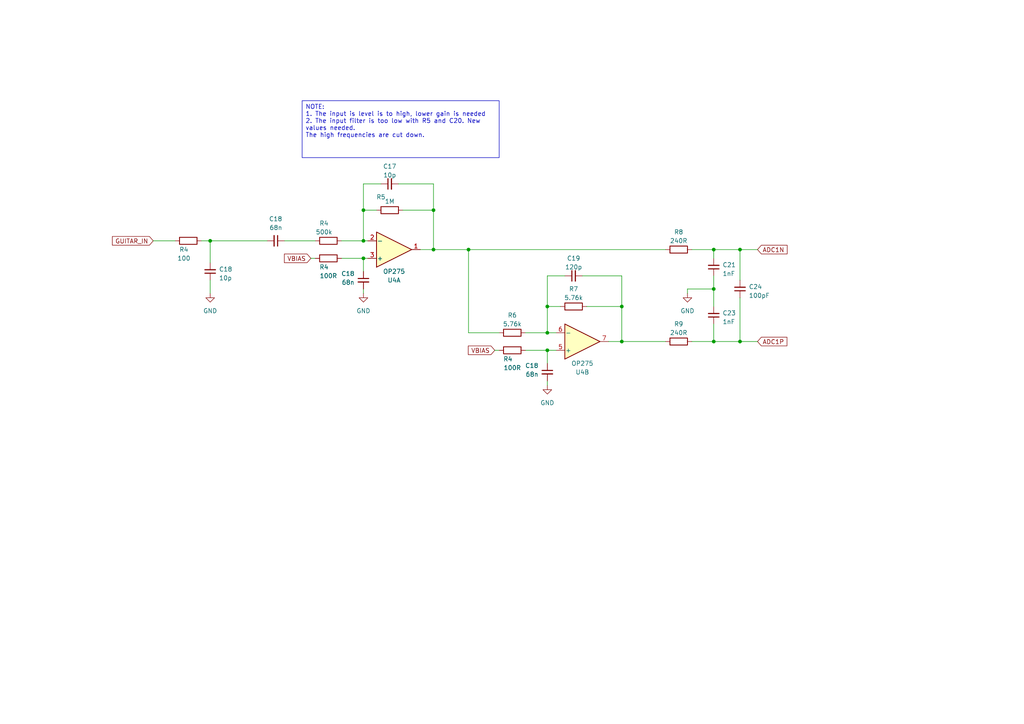
<source format=kicad_sch>
(kicad_sch (version 20230121) (generator eeschema)
  (paper "A4")
  (lib_symbols
    (symbol "Amplifier_Operational:OP275" (pin_names (offset 0.127))
      (property "Reference" "U" (at 0 5.08 0))
      (property "Value" "OP275" (at 0 -5.08 0))
      (symbol "OP275_1_1"
        (polyline (pts (xy -5.08 5.08) (xy 5.08 0) (xy -5.08 -5.08) (xy -5.08 5.08)) (stroke (width 0.254)) (fill (type background)))
        (pin output line (at 7.62 0 180) (length 2.54) (name "~") (number "1"))
        (pin input line (at -7.62 -2.54 0) (length 2.54) (name "-") (number "2"))
        (pin input line (at -7.62 2.54 0) (length 2.54) (name "+") (number "3"))
      )
      (symbol "OP275_2_1"
        (polyline (pts (xy -5.08 5.08) (xy 5.08 0) (xy -5.08 -5.08) (xy -5.08 5.08)) (stroke (width 0.254)) (fill (type background)))
        (pin input line (at -7.62 2.54 0) (length 2.54) (name "+") (number "5"))
        (pin input line (at -7.62 -2.54 0) (length 2.54) (name "-") (number "6"))
        (pin output line (at 7.62 0 180) (length 2.54) (name "~") (number "7"))
      )
      (symbol "OP275_3_1"
        (pin power_in line (at -2.54 -7.62 90) (length 3.81) (name "V-") (number "4"))
        (pin power_in line (at -2.54 7.62 270) (length 3.81) (name "V+") (number "8"))
      )
    )
    (symbol "Device:C_Small" (pin_numbers hide) (pin_names (offset 0.254) hide)
      (property "Reference" "C" (at 0.254 1.778 0))
      (property "Value" "C_Small" (at 0.254 -2.032 0))
      (symbol "C_Small_0_1"
        (polyline (pts (xy -1.524 -0.508) (xy 1.524 -0.508)) (stroke (width 0.3302)))
        (polyline (pts (xy -1.524 0.508) (xy 1.524 0.508)) (stroke (width 0.3048)))
      )
      (symbol "C_Small_1_1"
        (pin passive line (at 0 2.54 270) (length 2.032) (name "~") (number "1"))
        (pin passive line (at 0 -2.54 90) (length 2.032) (name "~") (number "2"))
      )
    )
    (symbol "Device:R" (pin_numbers hide) (pin_names (offset 0))
      (property "Reference" "R" (at 2.032 0 90))
      (property "Value" "R" (at 0 0 90))
      (symbol "R_0_1"
        (rectangle (start -1.016 -2.54) (end 1.016 2.54) (stroke (width 0.254)))
      )
      (symbol "R_1_1"
        (pin passive line (at 0 3.81 270) (length 1.27) (name "~") (number "1"))
        (pin passive line (at 0 -3.81 90) (length 1.27) (name "~") (number "2"))
      )
    )
    (symbol "power:GND" (power) (pin_names (offset 0))
      (property "Value" "GND" (at 0 -3.81 0))
      (symbol "GND_0_1"
        (polyline (pts (xy 0 0) (xy 0 -1.27) (xy 1.27 -1.27) (xy 0 -2.54) (xy -1.27 -1.27) (xy 0 -1.27)))
      )
      (symbol "GND_1_1"
        (pin power_in line (at 0 0 270) (length 0) hide (name "GND") (number "1"))
      )
    )
  )
  (junction (at 158.75 101.6))
  (junction (at 158.75 96.52))
  (junction (at 158.75 88.9))
  (junction (at 125.73 72.39))
  (junction (at 214.63 72.39))
  (junction (at 180.34 99.06))
  (junction (at 135.89 72.39))
  (junction (at 60.96 69.85))
  (junction (at 207.01 83.82))
  (junction (at 105.41 74.93))
  (junction (at 105.41 60.96))
  (junction (at 207.01 99.06))
  (junction (at 207.01 72.39))
  (junction (at 214.63 99.06))
  (junction (at 125.73 60.96))
  (junction (at 105.41 69.85))
  (junction (at 180.34 88.9))
  (wire (pts (xy 110.49 53.34) (xy 105.41 53.34)))
  (wire (pts (xy 207.01 99.06) (xy 207.01 93.98)))
  (wire (pts (xy 82.55 69.85) (xy 91.44 69.85)))
  (wire (pts (xy 60.96 69.85) (xy 77.47 69.85)))
  (wire (pts (xy 207.01 83.82) (xy 207.01 88.9)))
  (wire (pts (xy 115.57 53.34) (xy 125.73 53.34)))
  (wire (pts (xy 158.75 96.52) (xy 152.4 96.52)))
  (wire (pts (xy 116.84 60.96) (xy 125.73 60.96)))
  (wire (pts (xy 135.89 96.52) (xy 135.89 72.39)))
  (wire (pts (xy 180.34 99.06) (xy 193.04 99.06)))
  (wire (pts (xy 214.63 99.06) (xy 207.01 99.06)))
  (wire (pts (xy 144.78 96.52) (xy 135.89 96.52)))
  (wire (pts (xy 180.34 80.01) (xy 180.34 88.9)))
  (wire (pts (xy 105.41 69.85) (xy 106.68 69.85)))
  (wire (pts (xy 158.75 101.6) (xy 158.75 105.41)))
  (wire (pts (xy 207.01 74.93) (xy 207.01 72.39)))
  (wire (pts (xy 207.01 80.01) (xy 207.01 83.82)))
  (wire (pts (xy 105.41 83.82) (xy 105.41 85.09)))
  (wire (pts (xy 152.4 101.6) (xy 158.75 101.6)))
  (wire (pts (xy 90.17 74.93) (xy 91.44 74.93)))
  (wire (pts (xy 135.89 72.39) (xy 193.04 72.39)))
  (wire (pts (xy 170.18 88.9) (xy 180.34 88.9)))
  (wire (pts (xy 158.75 80.01) (xy 158.75 88.9)))
  (wire (pts (xy 214.63 72.39) (xy 219.71 72.39)))
  (wire (pts (xy 214.63 72.39) (xy 214.63 81.28)))
  (wire (pts (xy 125.73 60.96) (xy 125.73 53.34)))
  (wire (pts (xy 199.39 83.82) (xy 199.39 85.09)))
  (wire (pts (xy 99.06 69.85) (xy 105.41 69.85)))
  (wire (pts (xy 143.51 101.6) (xy 144.78 101.6)))
  (wire (pts (xy 121.92 72.39) (xy 125.73 72.39)))
  (wire (pts (xy 58.42 69.85) (xy 60.96 69.85)))
  (wire (pts (xy 180.34 99.06) (xy 180.34 88.9)))
  (wire (pts (xy 60.96 81.28) (xy 60.96 85.09)))
  (wire (pts (xy 99.06 74.93) (xy 105.41 74.93)))
  (wire (pts (xy 168.91 80.01) (xy 180.34 80.01)))
  (wire (pts (xy 158.75 110.49) (xy 158.75 111.76)))
  (wire (pts (xy 214.63 99.06) (xy 219.71 99.06)))
  (wire (pts (xy 105.41 69.85) (xy 105.41 60.96)))
  (wire (pts (xy 44.45 69.85) (xy 50.8 69.85)))
  (wire (pts (xy 158.75 88.9) (xy 158.75 96.52)))
  (wire (pts (xy 105.41 60.96) (xy 109.22 60.96)))
  (wire (pts (xy 60.96 69.85) (xy 60.96 76.2)))
  (wire (pts (xy 158.75 96.52) (xy 161.29 96.52)))
  (wire (pts (xy 125.73 72.39) (xy 135.89 72.39)))
  (wire (pts (xy 176.53 99.06) (xy 180.34 99.06)))
  (wire (pts (xy 105.41 60.96) (xy 105.41 53.34)))
  (wire (pts (xy 105.41 74.93) (xy 106.68 74.93)))
  (wire (pts (xy 199.39 83.82) (xy 207.01 83.82)))
  (wire (pts (xy 162.56 88.9) (xy 158.75 88.9)))
  (wire (pts (xy 163.83 80.01) (xy 158.75 80.01)))
  (wire (pts (xy 125.73 60.96) (xy 125.73 72.39)))
  (wire (pts (xy 214.63 86.36) (xy 214.63 99.06)))
  (wire (pts (xy 158.75 101.6) (xy 161.29 101.6)))
  (wire (pts (xy 200.66 99.06) (xy 207.01 99.06)))
  (wire (pts (xy 105.41 74.93) (xy 105.41 78.74)))
  (wire (pts (xy 200.66 72.39) (xy 207.01 72.39)))
  (wire (pts (xy 207.01 72.39) (xy 214.63 72.39)))
  (text_box "NOTE: \n1. The input is level is to high, lower gain is needed\n2. The input filter is too low with R5 and C20. New values needed.\nThe high frequencies are cut down." (at 87.63 29.21 0) (size 57.15 16.51) (effects (font (size 1.27 1.27)) (justify left top)))
  (global_label "ADC1N" (shape input) (at 219.71 72.39 0) (property "Intersheetrefs" "${INTERSHEET_REFS}" (effects hide)))
  (global_label "VBIAS" (shape input) (at 90.17 74.93 180) (property "Intersheetrefs" "${INTERSHEET_REFS}" (effects hide)))
  (global_label "GUITAR_IN" (shape input) (at 44.45 69.85 180) (property "Intersheetrefs" "${INTERSHEET_REFS}" (effects hide)))
  (global_label "VBIAS" (shape input) (at 143.51 101.6 180) (property "Intersheetrefs" "${INTERSHEET_REFS}" (effects hide)))
  (global_label "ADC1P" (shape input) (at 219.71 99.06 0) (property "Intersheetrefs" "${INTERSHEET_REFS}" (effects hide)))
  (symbol (lib_id "Amplifier_Operational:OP275") (at 168.91 99.06 0) (mirror x) (unit 2)
    (property "Reference" "U4" (at 168.91 107.95 0))
    (property "Value" "OP275" (at 168.91 105.41 0))
    (property "Footprint" "Package_SO:SSOP-8_3.9x5.05mm_P1.27mm" (effects hide))
    (property "Datasheet" "https://www.analog.com/media/en/technical-documentation/data-sheets/OP275.pdf" (effects hide))
  )
  (symbol (lib_id "power:GND") (at 105.41 85.09 0) (unit 1)
    (property "Reference" "#PWR02" (effects hide))
    (property "Value" "GND" (at 105.41 90.17 0))
    (instances (project "stm_audio_board_V3" (path "" (reference "#PWR02") (unit 1)) (path "" (reference "#PWR01") (unit 1)) (path "" (reference "#PWR012") (unit 1))))
  )
  (symbol (lib_id "Device:C_Small") (at 158.75 107.95 0) (unit 1)
    (property "Reference" "C18" (at 156.21 106.0514 0) (effects (justify right)))
    (property "Value" "68n" (at 156.21 108.5914 0) (effects (justify right)))
    (property "Footprint" "Capacitor_SMD:C_0603_1608Metric_Pad1.08x0.95mm_HandSolder" (effects hide))
  )
  (symbol (lib_id "power:GND") (at 60.96 85.09 0) (unit 1)
    (property "Reference" "#PWR02" (effects hide))
    (property "Value" "GND" (at 60.96 90.17 0))
    (instances (project "stm_audio_board_V3" (path "" (reference "#PWR02") (unit 1)) (path "" (reference "#PWR01") (unit 1)) (path "" (reference "#PWR029") (unit 1))))
  )
  (symbol (lib_id "power:GND") (at 158.75 111.76 0) (unit 1)
    (property "Reference" "#PWR02" (effects hide))
    (property "Value" "GND" (at 158.75 116.84 0))
    (instances (project "stm_audio_board_V3" (path "" (reference "#PWR02") (unit 1)) (path "" (reference "#PWR01") (unit 1)) (path "" (reference "#PWR013") (unit 1))))
  )
  (symbol (lib_id "Device:R") (at 148.59 101.6 270) (mirror x) (unit 1)
    (property "Reference" "R4" (at 147.32 104.14 90))
    (property "Value" "100R" (at 148.59 106.68 90))
    (property "Footprint" "Resistor_SMD:R_0805_2012Metric_Pad1.20x1.40mm_HandSolder" (effects hide))
    (instances (project "stm_audio_board_V3" (path "" (reference "R4") (unit 1)) (path "" (reference "R11") (unit 1))))
  )
  (symbol (lib_id "Device:C_Small") (at 166.37 80.01 90) (unit 1)
    (property "Reference" "C19" (at 166.3763 74.93 90))
    (property "Value" "120p" (at 166.3763 77.47 90))
    (property "Footprint" "Capacitor_SMD:C_0603_1608Metric_Pad1.08x0.95mm_HandSolder" (effects hide))
    (instances (project "stm_audio_board_V3" (path "" (reference "C19") (unit 1)) (path "" (reference "C21") (unit 1))))
  )
  (symbol (lib_id "Device:R") (at 95.25 69.85 270) (mirror x) (unit 1)
    (property "Reference" "R4" (at 93.98 64.77 90))
    (property "Value" "500k" (at 93.98 67.31 90))
    (property "Footprint" "Resistor_SMD:R_0805_2012Metric_Pad1.20x1.40mm_HandSolder" (effects hide))
  )
  (symbol (lib_id "Device:C_Small") (at 105.41 81.28 0) (unit 1)
    (property "Reference" "C18" (at 102.87 79.3814 0) (effects (justify right)))
    (property "Value" "68n" (at 102.87 81.9214 0) (effects (justify right)))
    (property "Footprint" "Capacitor_SMD:C_0603_1608Metric_Pad1.08x0.95mm_HandSolder" (effects hide))
    (instances (project "stm_audio_board_V3" (path "" (reference "C18") (unit 1)) (path "" (reference "C17") (unit 1))))
  )
  (symbol (lib_id "Device:R") (at 166.37 88.9 270) (unit 1)
    (property "Reference" "R7" (at 166.37 83.82 90))
    (property "Value" "5.76k" (at 166.37 86.36 90))
    (property "Footprint" "Resistor_SMD:R_0805_2012Metric_Pad1.20x1.40mm_HandSolder" (effects hide))
  )
  (symbol (lib_id "Device:R") (at 196.85 72.39 270) (unit 1)
    (property "Reference" "R8" (at 196.85 67.31 90))
    (property "Value" "240R" (at 196.85 69.85 90))
    (property "Footprint" "Resistor_SMD:R_0805_2012Metric_Pad1.20x1.40mm_HandSolder" (effects hide))
  )
  (symbol (lib_id "Device:R") (at 196.85 99.06 270) (unit 1)
    (property "Reference" "R9" (at 196.85 93.98 90))
    (property "Value" "240R" (at 196.85 96.52 90))
    (property "Footprint" "Resistor_SMD:R_0805_2012Metric_Pad1.20x1.40mm_HandSolder" (effects hide))
  )
  (symbol (lib_id "Device:C_Small") (at 207.01 91.44 180) (unit 1)
    (property "Reference" "C23" (at 209.55 90.7986 0) (effects (justify right)))
    (property "Value" "1nF" (at 209.55 93.3386 0) (effects (justify right)))
    (property "Footprint" "Capacitor_SMD:C_0603_1608Metric_Pad1.08x0.95mm_HandSolder" (effects hide))
    (instances (project "stm_audio_board_V3" (path "" (reference "C23") (unit 1)) (path "" (reference "C50") (unit 1))))
  )
  (symbol (lib_id "Device:C_Small") (at 214.63 83.82 180) (unit 1)
    (property "Reference" "C24" (at 217.17 83.1786 0) (effects (justify right)))
    (property "Value" "100pF" (at 217.17 85.7186 0) (effects (justify right)))
    (property "Footprint" "Capacitor_SMD:C_0603_1608Metric_Pad1.08x0.95mm_HandSolder" (effects hide))
    (instances (project "stm_audio_board_V3" (path "" (reference "C24") (unit 1)) (path "" (reference "C51") (unit 1))))
  )
  (symbol (lib_id "Device:C_Small") (at 113.03 53.34 90) (mirror x) (unit 1)
    (property "Reference" "C17" (at 113.0363 48.26 90))
    (property "Value" "10p" (at 113.0363 50.8 90))
    (property "Footprint" "Capacitor_SMD:C_0603_1608Metric_Pad1.08x0.95mm_HandSolder" (effects hide))
    (instances (project "stm_audio_board_V3" (path "" (reference "C17") (unit 1)) (path "" (reference "C20") (unit 1))))
  )
  (symbol (lib_id "Device:C_Small") (at 60.96 78.74 180) (unit 1)
    (property "Reference" "C18" (at 63.5 78.0986 0) (effects (justify right)))
    (property "Value" "10p" (at 63.5 80.6386 0) (effects (justify right)))
    (property "Footprint" "Capacitor_SMD:C_0603_1608Metric_Pad1.08x0.95mm_HandSolder" (effects hide))
    (instances (project "stm_audio_board_V3" (path "" (reference "C18") (unit 1)) (path "" (reference "C19") (unit 1))))
  )
  (symbol (lib_id "Device:C_Small") (at 80.01 69.85 270) (unit 1)
    (property "Reference" "C18" (at 81.9086 63.5 90) (effects (justify right)))
    (property "Value" "68n" (at 81.9086 66.04 90) (effects (justify right)))
    (property "Footprint" "Capacitor_SMD:C_0603_1608Metric_Pad1.08x0.95mm_HandSolder" (effects hide))
    (instances (project "stm_audio_board_V3" (path "" (reference "C18") (unit 1)) (path "" (reference "C73") (unit 1))))
  )
  (symbol (lib_id "Amplifier_Operational:OP275") (at 114.3 72.39 0) (mirror x) (unit 1)
    (property "Reference" "U4" (at 114.3 81.28 0))
    (property "Value" "OP275" (at 114.3 78.74 0))
    (property "Footprint" "Package_SO:SSOP-8_3.9x5.05mm_P1.27mm" (effects hide))
    (property "Datasheet" "https://www.analog.com/media/en/technical-documentation/data-sheets/OP275.pdf" (effects hide))
  )
  (symbol (lib_id "power:GND") (at 199.39 85.09 0) (unit 1)
    (property "Reference" "#PWR02" (effects hide))
    (property "Value" "GND" (at 199.39 90.17 0))
    (instances (project "stm_audio_board_V3" (path "" (reference "#PWR02") (unit 1)) (path "" (reference "#PWR01") (unit 1)) (path "" (reference "#PWR045") (unit 1))))
  )
  (symbol (lib_id "Device:R") (at 95.25 74.93 270) (mirror x) (unit 1)
    (property "Reference" "R4" (at 93.98 77.47 90))
    (property "Value" "100R" (at 95.25 80.01 90))
    (property "Footprint" "Resistor_SMD:R_0805_2012Metric_Pad1.20x1.40mm_HandSolder" (effects hide))
    (instances (project "stm_audio_board_V3" (path "" (reference "R4") (unit 1)) (path "" (reference "R3") (unit 1))))
  )
  (symbol (lib_id "Device:C_Small") (at 207.01 77.47 180) (unit 1)
    (property "Reference" "C21" (at 209.55 76.8286 0) (effects (justify right)))
    (property "Value" "1nF" (at 209.55 79.3686 0) (effects (justify right)))
    (property "Footprint" "Capacitor_SMD:C_0603_1608Metric_Pad1.08x0.95mm_HandSolder" (effects hide))
    (instances (project "stm_audio_board_V3" (path "" (reference "C21") (unit 1)) (path "" (reference "C24") (unit 1))))
  )
  (symbol (lib_id "Device:R") (at 148.59 96.52 270) (unit 1)
    (property "Reference" "R6" (at 148.59 91.44 90))
    (property "Value" "5.76k" (at 148.59 93.98 90))
    (property "Footprint" "Resistor_SMD:R_0805_2012Metric_Pad1.20x1.40mm_HandSolder" (effects hide))
  )
  (symbol (lib_id "Device:R") (at 113.03 60.96 270) (mirror x) (unit 1)
    (property "Reference" "R5" (at 110.49 57.15 90))
    (property "Value" "1M" (at 113.03 58.42 90))
    (property "Footprint" "Resistor_SMD:R_0805_2012Metric_Pad1.20x1.40mm_HandSolder" (effects hide))
  )
  (symbol (lib_id "Device:R") (at 54.61 69.85 90) (mirror x) (unit 1)
    (property "Reference" "R4" (at 53.34 72.39 90))
    (property "Value" "100" (at 53.34 74.93 90))
    (property "Footprint" "Resistor_SMD:R_0805_2012Metric_Pad1.20x1.40mm_HandSolder" (effects hide))
    (instances (project "stm_audio_board_V3" (path "" (reference "R4") (unit 1)) (path "" (reference "R26") (unit 1))))
  )
)
</source>
